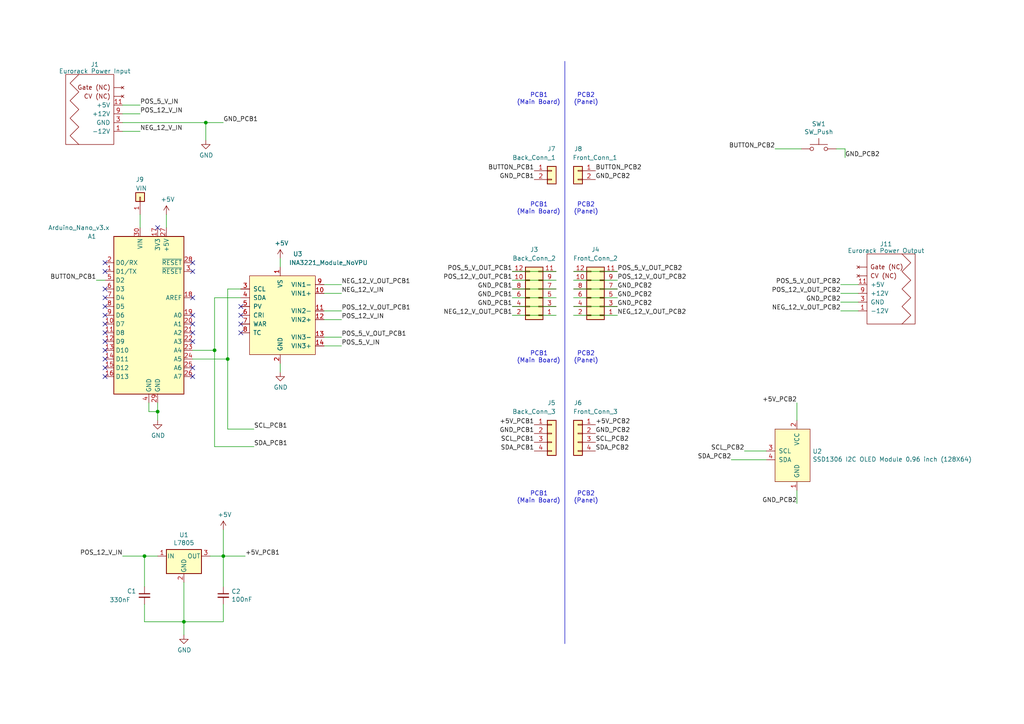
<source format=kicad_sch>
(kicad_sch (version 20230121) (generator eeschema)
  (paper "A4")
  (title_block (title "Current Measurer") (date "2021-11-13") (rev "V1.2") (company "LLAWN.com"))
  (lib_symbols
    (symbol "Connector_Generic:Conn_01x01" (pin_names (offset 1.016) hide)
      (property "Reference" "J" (at 0 2.54 0))
      (property "Value" "Conn_01x01" (at 0 -2.54 0))
      (symbol "Conn_01x01_1_1"
        (rectangle (start -1.27 0.127) (end 0 -0.127) (stroke (width 0.1524)))
        (rectangle (start -1.27 1.27) (end 1.27 -1.27) (stroke (width 0.254)) (fill (type background)))
        (pin passive line (at -5.08 0 0) (length 3.81) (name "Pin_1") (number "1"))
      )
    )
    (symbol "Connector_Generic:Conn_01x02" (pin_names (offset 1.016) hide)
      (property "Reference" "J" (at 0 2.54 0))
      (property "Value" "Conn_01x02" (at 0 -5.08 0))
      (symbol "Conn_01x02_1_1"
        (rectangle (start -1.27 -2.413) (end 0 -2.667) (stroke (width 0.1524)))
        (rectangle (start -1.27 0.127) (end 0 -0.127) (stroke (width 0.1524)))
        (rectangle (start -1.27 1.27) (end 1.27 -3.81) (stroke (width 0.254)) (fill (type background)))
        (pin passive line (at -5.08 0 0) (length 3.81) (name "Pin_1") (number "1"))
        (pin passive line (at -5.08 -2.54 0) (length 3.81) (name "Pin_2") (number "2"))
      )
    )
    (symbol "Connector_Generic:Conn_01x04" (pin_names (offset 1.016) hide)
      (property "Reference" "J" (at 0 5.08 0))
      (property "Value" "Conn_01x04" (at 0 -7.62 0))
      (symbol "Conn_01x04_1_1"
        (rectangle (start -1.27 -4.953) (end 0 -5.207) (stroke (width 0.1524)))
        (rectangle (start -1.27 -2.413) (end 0 -2.667) (stroke (width 0.1524)))
        (rectangle (start -1.27 0.127) (end 0 -0.127) (stroke (width 0.1524)))
        (rectangle (start -1.27 2.667) (end 0 2.413) (stroke (width 0.1524)))
        (rectangle (start -1.27 3.81) (end 1.27 -6.35) (stroke (width 0.254)) (fill (type background)))
        (pin passive line (at -5.08 2.54 0) (length 3.81) (name "Pin_1") (number "1"))
        (pin passive line (at -5.08 0 0) (length 3.81) (name "Pin_2") (number "2"))
        (pin passive line (at -5.08 -2.54 0) (length 3.81) (name "Pin_3") (number "3"))
        (pin passive line (at -5.08 -5.08 0) (length 3.81) (name "Pin_4") (number "4"))
      )
    )
    (symbol "Connector_Generic:Conn_02x06_Odd_Even" (pin_names (offset 1.016) hide)
      (property "Reference" "J" (at 1.27 7.62 0))
      (property "Value" "Conn_02x06_Odd_Even" (at 1.27 -10.16 0))
      (symbol "Conn_02x06_Odd_Even_1_1"
        (rectangle (start -1.27 -7.493) (end 0 -7.747) (stroke (width 0.1524)))
        (rectangle (start -1.27 -4.953) (end 0 -5.207) (stroke (width 0.1524)))
        (rectangle (start -1.27 -2.413) (end 0 -2.667) (stroke (width 0.1524)))
        (rectangle (start -1.27 0.127) (end 0 -0.127) (stroke (width 0.1524)))
        (rectangle (start -1.27 2.667) (end 0 2.413) (stroke (width 0.1524)))
        (rectangle (start -1.27 5.207) (end 0 4.953) (stroke (width 0.1524)))
        (rectangle (start -1.27 6.35) (end 3.81 -8.89) (stroke (width 0.254)) (fill (type background)))
        (rectangle (start 3.81 -7.493) (end 2.54 -7.747) (stroke (width 0.1524)))
        (rectangle (start 3.81 -4.953) (end 2.54 -5.207) (stroke (width 0.1524)))
        (rectangle (start 3.81 -2.413) (end 2.54 -2.667) (stroke (width 0.1524)))
        (rectangle (start 3.81 0.127) (end 2.54 -0.127) (stroke (width 0.1524)))
        (rectangle (start 3.81 2.667) (end 2.54 2.413) (stroke (width 0.1524)))
        (rectangle (start 3.81 5.207) (end 2.54 4.953) (stroke (width 0.1524)))
        (pin passive line (at -5.08 5.08 0) (length 3.81) (name "Pin_1") (number "1"))
        (pin passive line (at 7.62 -5.08 180) (length 3.81) (name "Pin_10") (number "10"))
        (pin passive line (at -5.08 -7.62 0) (length 3.81) (name "Pin_11") (number "11"))
        (pin passive line (at 7.62 -7.62 180) (length 3.81) (name "Pin_12") (number "12"))
        (pin passive line (at 7.62 5.08 180) (length 3.81) (name "Pin_2") (number "2"))
        (pin passive line (at -5.08 2.54 0) (length 3.81) (name "Pin_3") (number "3"))
        (pin passive line (at 7.62 2.54 180) (length 3.81) (name "Pin_4") (number "4"))
        (pin passive line (at -5.08 0 0) (length 3.81) (name "Pin_5") (number "5"))
        (pin passive line (at 7.62 0 180) (length 3.81) (name "Pin_6") (number "6"))
        (pin passive line (at -5.08 -2.54 0) (length 3.81) (name "Pin_7") (number "7"))
        (pin passive line (at 7.62 -2.54 180) (length 3.81) (name "Pin_8") (number "8"))
        (pin passive line (at -5.08 -5.08 0) (length 3.81) (name "Pin_9") (number "9"))
      )
    )
    (symbol "Device:C_Small" (pin_numbers hide) (pin_names (offset 0.254) hide)
      (property "Reference" "C" (at 0.254 1.778 0))
      (property "Value" "C_Small" (at 0.254 -2.032 0))
      (symbol "C_Small_0_1"
        (polyline (pts (xy -1.524 -0.508) (xy 1.524 -0.508)) (stroke (width 0.3302)))
        (polyline (pts (xy -1.524 0.508) (xy 1.524 0.508)) (stroke (width 0.3048)))
      )
      (symbol "C_Small_1_1"
        (pin passive line (at 0 2.54 270) (length 2.032) (name "~") (number "1"))
        (pin passive line (at 0 -2.54 90) (length 2.032) (name "~") (number "2"))
      )
    )
    (symbol "MCU_Module:Arduino_Nano_v3.x"
      (property "Reference" "A" (at -10.16 23.495 0))
      (property "Value" "Arduino_Nano_v3.x" (at 5.08 -24.13 0))
      (symbol "Arduino_Nano_v3.x_0_1"
        (rectangle (start -10.16 22.86) (end 10.16 -22.86) (stroke (width 0.254)) (fill (type background)))
      )
      (symbol "Arduino_Nano_v3.x_1_1"
        (pin bidirectional line (at -12.7 12.7 0) (length 2.54) (name "D1/TX") (number "1"))
        (pin bidirectional line (at -12.7 -2.54 0) (length 2.54) (name "D7") (number "10"))
        (pin bidirectional line (at -12.7 -5.08 0) (length 2.54) (name "D8") (number "11"))
        (pin bidirectional line (at -12.7 -7.62 0) (length 2.54) (name "D9") (number "12"))
        (pin bidirectional line (at -12.7 -10.16 0) (length 2.54) (name "D10") (number "13"))
        (pin bidirectional line (at -12.7 -12.7 0) (length 2.54) (name "D11") (number "14"))
        (pin bidirectional line (at -12.7 -15.24 0) (length 2.54) (name "D12") (number "15"))
        (pin bidirectional line (at -12.7 -17.78 0) (length 2.54) (name "D13") (number "16"))
        (pin power_out line (at 2.54 25.4 270) (length 2.54) (name "3V3") (number "17"))
        (pin input line (at 12.7 5.08 180) (length 2.54) (name "AREF") (number "18"))
        (pin bidirectional line (at 12.7 0 180) (length 2.54) (name "A0") (number "19"))
        (pin bidirectional line (at -12.7 15.24 0) (length 2.54) (name "D0/RX") (number "2"))
        (pin bidirectional line (at 12.7 -2.54 180) (length 2.54) (name "A1") (number "20"))
        (pin bidirectional line (at 12.7 -5.08 180) (length 2.54) (name "A2") (number "21"))
        (pin bidirectional line (at 12.7 -7.62 180) (length 2.54) (name "A3") (number "22"))
        (pin bidirectional line (at 12.7 -10.16 180) (length 2.54) (name "A4") (number "23"))
        (pin bidirectional line (at 12.7 -12.7 180) (length 2.54) (name "A5") (number "24"))
        (pin bidirectional line (at 12.7 -15.24 180) (length 2.54) (name "A6") (number "25"))
        (pin bidirectional line (at 12.7 -17.78 180) (length 2.54) (name "A7") (number "26"))
        (pin power_out line (at 5.08 25.4 270) (length 2.54) (name "+5V") (number "27"))
        (pin input line (at 12.7 15.24 180) (length 2.54) (name "~{RESET}") (number "28"))
        (pin power_in line (at 2.54 -25.4 90) (length 2.54) (name "GND") (number "29"))
        (pin input line (at 12.7 12.7 180) (length 2.54) (name "~{RESET}") (number "3"))
        (pin power_in line (at -2.54 25.4 270) (length 2.54) (name "VIN") (number "30"))
        (pin power_in line (at 0 -25.4 90) (length 2.54) (name "GND") (number "4"))
        (pin bidirectional line (at -12.7 10.16 0) (length 2.54) (name "D2") (number "5"))
        (pin bidirectional line (at -12.7 7.62 0) (length 2.54) (name "D3") (number "6"))
        (pin bidirectional line (at -12.7 5.08 0) (length 2.54) (name "D4") (number "7"))
        (pin bidirectional line (at -12.7 2.54 0) (length 2.54) (name "D5") (number "8"))
        (pin bidirectional line (at -12.7 0 0) (length 2.54) (name "D6") (number "9"))
      )
    )
    (symbol "Regulator_Linear:L7805" (pin_names (offset 0.254))
      (property "Reference" "U" (at -3.81 3.175 0))
      (property "Value" "L7805" (at 0 3.175 0))
      (symbol "L7805_0_1"
        (rectangle (start -5.08 1.905) (end 5.08 -5.08) (stroke (width 0.254)) (fill (type background)))
      )
      (symbol "L7805_1_1"
        (pin power_in line (at -7.62 0 0) (length 2.54) (name "IN") (number "1"))
        (pin power_in line (at 0 -7.62 90) (length 2.54) (name "GND") (number "2"))
        (pin power_out line (at 7.62 0 180) (length 2.54) (name "OUT") (number "3"))
      )
    )
    (symbol "Switch:SW_Push" (pin_numbers hide) (pin_names (offset 1.016) hide)
      (property "Reference" "SW" (at 1.27 2.54 0))
      (property "Value" "SW_Push" (at 0 -1.524 0))
      (symbol "SW_Push_0_1"
        (circle (center -2.032 0) (radius 0.508))
        (polyline (pts (xy 0 1.27) (xy 0 3.048)))
        (polyline (pts (xy 2.54 1.27) (xy -2.54 1.27)))
        (circle (center 2.032 0) (radius 0.508))
        (pin passive line (at -5.08 0 0) (length 2.54) (name "1") (number "1"))
        (pin passive line (at 5.08 0 180) (length 2.54) (name "2") (number "2"))
      )
    )
    (symbol "jwm_kicad_symbols_misc:Eurorack_Header_LZX_NC-CvGate" (pin_names (offset 1.016))
      (property "Reference" "J" (at 0 11.43 0))
      (property "Value" "Eurorack_Header_LZX_NC-CvGate" (at 0 -13.97 0))
      (symbol "Eurorack_Header_LZX_NC-CvGate_0_0"
        (polyline (pts (xy 9.271 4.6736) (xy 8.5344 5.4356)))
        (polyline (pts (xy 9.271 5.461) (xy 8.509 4.699)))
        (rectangle (start 6.35 8.89) (end -7.62 -11.43))
        (text "CV (NC)" (at 1.524 2.54 0) (effects (font (size 1.27 1.27))))
        (text "Gate (NC)" (at 0.6096 5.1308 0) (effects (font (size 1.27 1.27))))
      )
      (symbol "Eurorack_Header_LZX_NC-CvGate_0_1"
        (polyline (pts (xy 6.35 5.08) (xy 8.89 5.08)))
        (polyline (pts (xy -3.81 -11.43) (xy -6.35 -8.89) (xy -3.81 -6.35) (xy -6.35 -3.81) (xy -3.81 -1.27) (xy -6.35 1.27) (xy -3.81 3.81) (xy -6.35 6.35) (xy -3.81 8.89)))
      )
      (symbol "Eurorack_Header_LZX_NC-CvGate_1_1"
        (polyline (pts (xy 6.35 2.54) (xy 8.89 2.54)))
        (polyline (pts (xy 9.271 2.1336) (xy 8.5344 2.8956)))
        (polyline (pts (xy 9.271 2.921) (xy 8.509 2.159)))
        (pin power_out line (at 8.89 -7.62 180) (length 2.54) (name "-12V") (number "1"))
        (pin passive line (at 8.89 -2.54 180) (length 2.54) hide (name "+12V") (number "10"))
        (pin power_out line (at 8.89 0 180) (length 2.54) (name "+5V") (number "11"))
        (pin passive line (at 8.89 0 180) (length 2.54) hide (name "+5V") (number "12"))
        (pin no_connect line (at 6.35 2.54 180) (length 2.54) hide (name "CV") (number "13"))
        (pin no_connect line (at 6.35 3.81 180) (length 2.54) hide (name "CV") (number "14"))
        (pin no_connect line (at 6.35 5.08 180) (length 2.54) hide (name "Gate") (number "15"))
        (pin no_connect line (at 6.35 6.35 180) (length 2.54) hide (name "Gate") (number "16"))
        (pin passive line (at 8.89 -7.62 180) (length 2.54) hide (name "-12V") (number "2"))
        (pin power_out line (at 8.89 -5.08 180) (length 2.54) (name "GND") (number "3"))
        (pin passive line (at 8.89 -5.08 180) (length 2.54) hide (name "GND") (number "4"))
        (pin passive line (at 8.89 -5.08 180) (length 2.54) hide (name "GND") (number "5"))
        (pin passive line (at 8.89 -5.08 180) (length 2.54) hide (name "GND") (number "6"))
        (pin passive line (at 8.89 -5.08 180) (length 2.54) hide (name "GND") (number "7"))
        (pin passive line (at 8.89 -5.08 180) (length 2.54) hide (name "GND") (number "8"))
        (pin power_out line (at 8.89 -2.54 180) (length 2.54) (name "+12V") (number "9"))
      )
    )
    (symbol "jwm_kicad_symbols_misc:INA3221_Module_NoVPU" (pin_names (offset 1.016))
      (property "Reference" "U" (at 6.35 12.7 0))
      (property "Value" "INA3221_Module_NoVPU" (at 12.7 -13.97 0))
      (symbol "INA3221_Module_NoVPU_0_1"
        (rectangle (start 10.16 11.43) (end -8.89 -11.43) (fill (type background)))
      )
      (symbol "INA3221_Module_NoVPU_1_1"
        (pin power_in line (at 0 13.97 270) (length 2.54) (name "VS") (number "1"))
        (pin input line (at 12.7 6.35 180) (length 2.54) (name "VIN1+") (number "10"))
        (pin input line (at 12.7 1.27 180) (length 2.54) (name "VIN2-") (number "11"))
        (pin input line (at 12.7 -1.27 180) (length 2.54) (name "VIN2+") (number "12"))
        (pin input line (at 12.7 -6.35 180) (length 2.54) (name "VIN3-") (number "13"))
        (pin input line (at 12.7 -8.89 180) (length 2.54) (name "VIN3+") (number "14"))
        (pin power_in line (at 0 -13.97 90) (length 2.54) (name "GND") (number "2"))
        (pin input line (at -11.43 7.62 0) (length 2.54) (name "SCL") (number "3"))
        (pin bidirectional line (at -11.43 5.08 0) (length 2.54) (name "SDA") (number "4"))
        (pin output line (at -11.43 2.54 0) (length 2.54) (name "PV") (number "5"))
        (pin output line (at -11.43 0 0) (length 2.54) (name "CRI") (number "6"))
        (pin output line (at -11.43 -2.54 0) (length 2.54) (name "WAR") (number "7"))
        (pin output line (at -11.43 -5.08 0) (length 2.54) (name "TC") (number "8"))
        (pin input line (at 12.7 8.89 180) (length 2.54) (name "VIN1-") (number "9"))
      )
    )
    (symbol "jwm_kicad_symbols_misc:SSD1306_I2C_OLED_Module" (pin_names (offset 1.016))
      (property "Reference" "U" (at 3.81 8.89 0))
      (property "Value" "SSD1306_I2C_OLED_Module" (at 13.97 -10.16 0))
      (symbol "SSD1306_I2C_OLED_Module_0_1"
        (rectangle (start 5.08 7.62) (end -5.08 -7.62) (fill (type background)))
      )
      (symbol "SSD1306_I2C_OLED_Module_1_1"
        (pin power_in line (at -1.27 -10.16 90) (length 2.54) (name "GND") (number "1"))
        (pin power_in line (at -1.27 10.16 270) (length 2.54) (name "VCC") (number "2"))
        (pin bidirectional line (at 7.62 1.27 180) (length 2.54) (name "SCL") (number "3"))
        (pin bidirectional line (at 7.62 -1.27 180) (length 2.54) (name "SDA") (number "4"))
      )
    )
    (symbol "power:+5V" (power) (pin_names (offset 0))
      (property "Value" "+5V" (at 0 3.556 0))
      (symbol "+5V_0_1"
        (polyline (pts (xy -0.762 1.27) (xy 0 2.54)))
        (polyline (pts (xy 0 0) (xy 0 2.54)))
        (polyline (pts (xy 0 2.54) (xy 0.762 1.27)))
      )
      (symbol "+5V_1_1"
        (pin power_in line (at 0 0 90) (length 0) hide (name "+5V") (number "1"))
      )
    )
    (symbol "power:GND" (power) (pin_names (offset 0))
      (property "Value" "GND" (at 0 -3.81 0))
      (symbol "GND_0_1"
        (polyline (pts (xy 0 0) (xy 0 -1.27) (xy 1.27 -1.27) (xy 0 -2.54) (xy -1.27 -1.27) (xy 0 -1.27)))
      )
      (symbol "GND_1_1"
        (pin power_in line (at 0 0 270) (length 0) hide (name "GND") (number "1"))
      )
    )
  )
  (junction (at 64.77 161.29))
  (junction (at 59.69 35.56))
  (junction (at 62.23 101.6))
  (junction (at 41.91 161.29))
  (junction (at 45.72 119.38))
  (junction (at 66.04 104.14))
  (junction (at 53.34 180.34))
  (no_connect (at 69.85 96.52))
  (no_connect (at 69.85 93.98))
  (no_connect (at 69.85 91.44))
  (no_connect (at 30.48 101.6))
  (no_connect (at 30.48 96.52))
  (no_connect (at 55.88 93.98))
  (no_connect (at 55.88 86.36))
  (no_connect (at 55.88 76.2))
  (no_connect (at 30.48 99.06))
  (no_connect (at 45.72 66.04))
  (no_connect (at 30.48 88.9))
  (no_connect (at 30.48 76.2))
  (no_connect (at 30.48 104.14))
  (no_connect (at 30.48 106.68))
  (no_connect (at 55.88 91.44))
  (no_connect (at 30.48 78.74))
  (no_connect (at 55.88 78.74))
  (no_connect (at 30.48 83.82))
  (no_connect (at 30.48 93.98))
  (no_connect (at 30.48 109.22))
  (no_connect (at 30.48 86.36))
  (no_connect (at 30.48 91.44))
  (no_connect (at 55.88 96.52))
  (no_connect (at 55.88 109.22))
  (no_connect (at 55.88 99.06))
  (no_connect (at 55.88 106.68))
  (no_connect (at 69.85 88.9))
  (wire (pts (xy 35.56 35.56) (xy 59.69 35.56)))
  (wire (pts (xy 222.25 130.81) (xy 215.9 130.81)))
  (wire (pts (xy 48.26 66.04) (xy 48.26 62.23)))
  (wire (pts (xy 231.14 116.84) (xy 231.14 121.92)))
  (wire (pts (xy 62.23 86.36) (xy 62.23 101.6)))
  (wire (pts (xy 64.77 161.29) (xy 64.77 170.18)))
  (wire (pts (xy 232.41 43.18) (xy 224.79 43.18)))
  (wire (pts (xy 166.37 78.74) (xy 179.07 78.74)))
  (wire (pts (xy 248.92 87.63) (xy 243.84 87.63)))
  (wire (pts (xy 53.34 184.15) (xy 53.34 180.34)))
  (wire (pts (xy 64.77 161.29) (xy 71.12 161.29)))
  (wire (pts (xy 222.25 133.35) (xy 212.09 133.35)))
  (wire (pts (xy 166.37 81.28) (xy 179.07 81.28)))
  (wire (pts (xy 161.29 83.82) (xy 148.59 83.82)))
  (wire (pts (xy 53.34 180.34) (xy 64.77 180.34)))
  (wire (pts (xy 81.28 107.95) (xy 81.28 105.41)))
  (wire (pts (xy 161.29 78.74) (xy 148.59 78.74)))
  (wire (pts (xy 59.69 35.56) (xy 64.77 35.56)))
  (wire (pts (xy 248.92 82.55) (xy 243.84 82.55)))
  (wire (pts (xy 93.98 90.17) (xy 99.06 90.17)))
  (wire (pts (xy 35.56 33.02) (xy 40.64 33.02)))
  (wire (pts (xy 40.64 66.04) (xy 40.64 62.23)))
  (wire (pts (xy 41.91 161.29) (xy 35.56 161.29)))
  (wire (pts (xy 69.85 83.82) (xy 66.04 83.82)))
  (wire (pts (xy 66.04 83.82) (xy 66.04 104.14)))
  (wire (pts (xy 93.98 92.71) (xy 99.06 92.71)))
  (wire (pts (xy 161.29 81.28) (xy 148.59 81.28)))
  (wire (pts (xy 41.91 161.29) (xy 41.91 170.18)))
  (wire (pts (xy 66.04 124.46) (xy 66.04 104.14)))
  (wire (pts (xy 242.57 43.18) (xy 245.11 43.18)))
  (wire (pts (xy 35.56 38.1) (xy 40.64 38.1)))
  (wire (pts (xy 45.72 121.92) (xy 45.72 119.38)))
  (wire (pts (xy 66.04 124.46) (xy 73.66 124.46)))
  (wire (pts (xy 231.14 142.24) (xy 231.14 146.05)))
  (wire (pts (xy 62.23 129.54) (xy 62.23 101.6)))
  (wire (pts (xy 27.94 81.28) (xy 30.48 81.28)))
  (wire (pts (xy 66.04 104.14) (xy 55.88 104.14)))
  (wire (pts (xy 45.72 119.38) (xy 45.72 116.84)))
  (wire (pts (xy 59.69 35.56) (xy 59.69 40.64)))
  (wire (pts (xy 43.18 116.84) (xy 43.18 119.38)))
  (wire (pts (xy 43.18 119.38) (xy 45.72 119.38)))
  (wire (pts (xy 93.98 82.55) (xy 99.06 82.55)))
  (wire (pts (xy 64.77 180.34) (xy 64.77 175.26)))
  (wire (pts (xy 41.91 175.26) (xy 41.91 180.34)))
  (wire (pts (xy 161.29 88.9) (xy 148.59 88.9)))
  (wire (pts (xy 41.91 180.34) (xy 53.34 180.34)))
  (wire (pts (xy 81.28 77.47) (xy 81.28 74.93)))
  (wire (pts (xy 166.37 83.82) (xy 179.07 83.82)))
  (wire (pts (xy 60.96 161.29) (xy 64.77 161.29)))
  (wire (pts (xy 62.23 101.6) (xy 55.88 101.6)))
  (wire (pts (xy 64.77 161.29) (xy 64.77 153.67)))
  (wire (pts (xy 62.23 129.54) (xy 73.66 129.54)))
  (wire (pts (xy 35.56 30.48) (xy 40.64 30.48)))
  (wire (pts (xy 248.92 85.09) (xy 243.84 85.09)))
  (wire (pts (xy 166.37 91.44) (xy 179.07 91.44)))
  (wire (pts (xy 93.98 97.79) (xy 99.06 97.79)))
  (polyline (pts (xy 163.83 17.78) (xy 163.83 186.69)))
  (wire (pts (xy 45.72 161.29) (xy 41.91 161.29)))
  (wire (pts (xy 93.98 85.09) (xy 99.06 85.09)))
  (wire (pts (xy 166.37 88.9) (xy 179.07 88.9)))
  (wire (pts (xy 69.85 86.36) (xy 62.23 86.36)))
  (wire (pts (xy 93.98 100.33) (xy 99.06 100.33)))
  (wire (pts (xy 166.37 86.36) (xy 179.07 86.36)))
  (wire (pts (xy 161.29 86.36) (xy 148.59 86.36)))
  (wire (pts (xy 245.11 43.18) (xy 245.11 45.72)))
  (wire (pts (xy 53.34 168.91) (xy 53.34 180.34)))
  (wire (pts (xy 248.92 90.17) (xy 243.84 90.17)))
  (wire (pts (xy 161.29 91.44) (xy 148.59 91.44)))
  (text " PCB2\n(Panel)" (at 166.37 62.23 0) (effects (font (size 1.27 1.27)) (justify left bottom)))
  (text "    PCB1\n(Main Board)" (at 149.86 30.48 0) (effects (font (size 1.27 1.27)) (justify left bottom)))
  (text " PCB2\n(Panel)" (at 166.37 146.05 0) (effects (font (size 1.27 1.27)) (justify left bottom)))
  (text " PCB2\n(Panel)" (at 166.37 30.48 0) (effects (font (size 1.27 1.27)) (justify left bottom)))
  (text "    PCB1\n(Main Board)" (at 149.86 105.41 0) (effects (font (size 1.27 1.27)) (justify left bottom)))
  (text " PCB2\n(Panel)" (at 166.37 105.41 0) (effects (font (size 1.27 1.27)) (justify left bottom)))
  (text "    PCB1\n(Main Board)" (at 149.86 146.05 0) (effects (font (size 1.27 1.27)) (justify left bottom)))
  (text "    PCB1\n(Main Board)" (at 149.86 62.23 0) (effects (font (size 1.27 1.27)) (justify left bottom)))
  (label "GND_PCB1" (at 64.77 35.56 0))
  (label "POS_12_V_IN" (at 40.64 33.02 0))
  (label "BUTTON_PCB1" (at 154.94 49.53 180))
  (label "POS_5_V_IN" (at 40.64 30.48 0))
  (label "SCL_PCB1" (at 154.94 128.27 180))
  (label "GND_PCB1" (at 154.94 52.07 180))
  (label "POS_12_V_OUT_PCB2" (at 179.07 81.28 0))
  (label "NEG_12_V_IN" (at 99.06 85.09 0))
  (label "POS_5_V_OUT_PCB1" (at 99.06 97.79 0))
  (label "SDA_PCB2" (at 172.72 130.81 0))
  (label "GND_PCB2" (at 172.72 52.07 0))
  (label "NEG_12_V_OUT_PCB2" (at 179.07 91.44 0))
  (label "POS_5_V_IN" (at 99.06 100.33 0))
  (label "POS_12_V_IN" (at 99.06 92.71 0))
  (label "POS_12_V_OUT_PCB1" (at 148.59 81.28 180))
  (label "+5V_PCB2" (at 231.14 116.84 180))
  (label "POS_5_V_OUT_PCB1" (at 148.59 78.74 180))
  (label "POS_12_V_OUT_PCB1" (at 99.06 90.17 0))
  (label "GND_PCB2" (at 245.11 45.72 0))
  (label "NEG_12_V_IN" (at 40.64 38.1 0))
  (label "POS_5_V_OUT_PCB2" (at 179.07 78.74 0))
  (label "GND_PCB2" (at 231.14 146.05 180))
  (label "NEG_12_V_OUT_PCB1" (at 99.06 82.55 0))
  (label "GND_PCB1" (at 154.94 125.73 180))
  (label "SDA_PCB1" (at 73.66 129.54 0))
  (label "NEG_12_V_OUT_PCB1" (at 148.59 91.44 180))
  (label "+5V_PCB1" (at 154.94 123.19 180))
  (label "GND_PCB2" (at 243.84 87.63 180))
  (label "SCL_PCB2" (at 215.9 130.81 180))
  (label "+5V_PCB2" (at 172.72 123.19 0))
  (label "GND_PCB2" (at 179.07 83.82 0))
  (label "GND_PCB2" (at 179.07 88.9 0))
  (label "POS_12_V_IN" (at 35.56 161.29 180))
  (label "GND_PCB1" (at 148.59 86.36 180))
  (label "GND_PCB1" (at 148.59 88.9 180))
  (label "POS_12_V_OUT_PCB2" (at 243.84 85.09 180))
  (label "GND_PCB2" (at 179.07 86.36 0))
  (label "SCL_PCB2" (at 172.72 128.27 0))
  (label "NEG_12_V_OUT_PCB2" (at 243.84 90.17 180))
  (label "+5V_PCB1" (at 71.12 161.29 0))
  (label "SDA_PCB2" (at 212.09 133.35 180))
  (label "SCL_PCB1" (at 73.66 124.46 0))
  (label "GND_PCB1" (at 148.59 83.82 180))
  (label "SDA_PCB1" (at 154.94 130.81 180))
  (label "BUTTON_PCB1" (at 27.94 81.28 180))
  (label "BUTTON_PCB2" (at 172.72 49.53 0))
  (label "GND_PCB2" (at 172.72 125.73 0))
  (label "BUTTON_PCB2" (at 224.79 43.18 180))
  (label "POS_5_V_OUT_PCB2" (at 243.84 82.55 180))
  (symbol (lib_id "Regulator_Linear:L7805") (at 53.34 161.29 0) (unit 1)
    (property "Reference" "U1" (at 53.34 155.1432 0))
    (property "Value" "L7805" (at 53.34 157.4546 0))
    (property "Footprint" "Package_TO_SOT_THT:TO-220-3_Horizontal_TabDown" (effects hide))
    (property "Datasheet" "http://www.st.com/content/ccc/resource/technical/document/datasheet/41/4f/b3/b0/12/d4/47/88/CD00000444.pdf/files/CD00000444.pdf/jcr:content/translations/en.CD00000444.pdf" (effects hide))
  )
  (symbol (lib_id "power:GND") (at 59.69 40.64 0) (unit 1)
    (property "Reference" "#PWR0101" (effects hide))
    (property "Value" "GND" (at 59.817 45.0342 0))
  )
  (symbol (lib_id "Device:C_Small") (at 41.91 172.72 0) (unit 1)
    (property "Reference" "C1" (at 36.83 171.45 0) (effects (justify left)))
    (property "Value" "330nF" (at 31.75 173.99 0) (effects (justify left)))
    (property "Footprint" "Capacitor_THT:C_Disc_D5.0mm_W2.5mm_P2.50mm" (effects hide))
  )
  (symbol (lib_id "Device:C_Small") (at 64.77 172.72 0) (unit 1)
    (property "Reference" "C2" (at 67.1068 171.5516 0) (effects (justify left)))
    (property "Value" "100nF" (at 67.1068 173.863 0) (effects (justify left)))
    (property "Footprint" "Capacitor_THT:C_Disc_D5.0mm_W2.5mm_P2.50mm" (effects hide))
  )
  (symbol (lib_id "power:GND") (at 53.34 184.15 0) (unit 1)
    (property "Reference" "#PWR0102" (effects hide))
    (property "Value" "GND" (at 53.467 188.5442 0))
  )
  (symbol (lib_id "power:+5V") (at 64.77 153.67 0) (unit 1)
    (property "Reference" "#PWR0103" (effects hide))
    (property "Value" "+5V" (at 65.151 149.2758 0))
  )
  (symbol (lib_id "power:+5V") (at 81.28 74.93 0) (unit 1)
    (property "Reference" "#PWR0106" (effects hide))
    (property "Value" "+5V" (at 81.661 70.5358 0))
  )
  (symbol (lib_id "power:GND") (at 81.28 107.95 0) (unit 1)
    (property "Reference" "#PWR0108" (effects hide))
    (property "Value" "GND" (at 81.407 112.3442 0))
  )
  (symbol (lib_id "power:+5V") (at 48.26 62.23 0) (unit 1)
    (property "Reference" "#PWR0110" (effects hide))
    (property "Value" "+5V" (at 48.641 57.8358 0))
  )
  (symbol (lib_id "power:GND") (at 45.72 121.92 0) (unit 1)
    (property "Reference" "#PWR0111" (effects hide))
    (property "Value" "GND" (at 45.847 126.3142 0))
  )
  (symbol (lib_id "jwm_kicad_symbols_misc:SSD1306_I2C_OLED_Module") (at 229.87 132.08 0) (mirror y) (unit 1)
    (property "Reference" "U2" (at 235.6612 130.9116 0) (effects (justify right)))
    (property "Value" "SSD1306 I2C OLED Module 0.96 inch (128X64)" (at 235.6612 133.223 0) (effects (justify right)))
    (property "Footprint" "jwm_kicad_footprints_misc:SSD1306_I2C_OLED_Module_0.96_inch" (effects hide))
  )
  (symbol (lib_id "MCU_Module:Arduino_Nano_v3.x") (at 43.18 91.44 0) (unit 1)
    (property "Reference" "A1" (at 26.67 68.58 0))
    (property "Value" "Arduino_Nano_v3.x" (at 22.86 66.04 0))
    (property "Footprint" "jwm_kicad_footprints_misc:Arduino_Nano_WithMFHeadersAnd3DModel" (effects hide))
    (property "Datasheet" "http://www.mouser.com/pdfdocs/Gravitech_Arduino_Nano3_0.pdf" (effects hide))
  )
  (symbol (lib_id "jwm_kicad_symbols_misc:INA3221_Module_NoVPU") (at 81.28 91.44 0) (unit 1)
    (property "Reference" "U3" (at 86.36 73.66 0))
    (property "Value" "INA3221_Module_NoVPU" (at 95.25 76.2 0))
    (property "Footprint" "jwm_kicad_footprints_misc:INA3221_Module_P2.54mm_NoVPU_NoExtraGnds" (effects hide))
  )
  (symbol (lib_id "Connector_Generic:Conn_02x06_Odd_Even") (at 156.21 86.36 180) (unit 1)
    (property "Reference" "J3" (at 154.94 72.39 0))
    (property "Value" "Back_Conn_2" (at 154.94 74.93 0))
    (property "Footprint" "Connector_PinHeader_2.54mm:PinHeader_2x06_P2.54mm_Vertical" (effects hide))
  )
  (symbol (lib_id "Connector_Generic:Conn_01x04") (at 167.64 125.73 0) (mirror y) (unit 1)
    (property "Reference" "J6" (at 167.64 116.84 0))
    (property "Value" "Front_Conn_3" (at 172.72 119.38 0))
    (property "Footprint" "Connector_PinSocket_2.54mm:PinSocket_1x04_P2.54mm_Vertical" (effects hide))
  )
  (symbol (lib_id "Connector_Generic:Conn_01x04") (at 160.02 125.73 0) (unit 1)
    (property "Reference" "J5" (at 158.75 116.84 0) (effects (justify left)))
    (property "Value" "Back_Conn_3" (at 148.59 119.38 0) (effects (justify left)))
    (property "Footprint" "Connector_PinHeader_2.54mm:PinHeader_1x04_P2.54mm_Vertical" (effects hide))
  )
  (symbol (lib_id "Connector_Generic:Conn_02x06_Odd_Even") (at 173.99 86.36 180) (unit 1)
    (property "Reference" "J4" (at 172.72 72.39 0))
    (property "Value" "Front_Conn_2" (at 172.72 74.93 0))
    (property "Footprint" "Connector_PinSocket_2.54mm:PinSocket_2x06_P2.54mm_Vertical" (effects hide))
  )
  (symbol (lib_id "Switch:SW_Push") (at 237.49 43.18 0) (mirror y) (unit 1)
    (property "Reference" "SW1" (at 237.49 35.941 0))
    (property "Value" "SW_Push" (at 237.49 38.2524 0))
    (property "Footprint" "Button_Switch_THT:SW_PUSH_6mm" (effects hide))
  )
  (symbol (lib_id "Connector_Generic:Conn_01x01") (at 40.64 57.15 90) (unit 1)
    (property "Reference" "J9" (at 39.37 52.07 90) (effects (justify right)))
    (property "Value" "VIN" (at 39.37 54.61 90) (effects (justify right)))
    (property "Footprint" "Connector_Wire:SolderWire-0.5sqmm_1x01_D0.9mm_OD2.1mm" (effects hide))
  )
  (symbol (lib_id "Connector_Generic:Conn_01x02") (at 160.02 49.53 0) (unit 1)
    (property "Reference" "J7" (at 158.75 43.18 0) (effects (justify left)))
    (property "Value" "Back_Conn_1" (at 148.59 45.72 0) (effects (justify left)))
    (property "Footprint" "Connector_PinHeader_2.54mm:PinHeader_1x02_P2.54mm_Vertical" (effects hide))
  )
  (symbol (lib_id "Connector_Generic:Conn_01x02") (at 167.64 49.53 0) (mirror y) (unit 1)
    (property "Reference" "J8" (at 168.91 43.18 0) (effects (justify left)))
    (property "Value" "Front_Conn_1" (at 179.07 45.72 0) (effects (justify left)))
    (property "Footprint" "Connector_PinSocket_2.54mm:PinSocket_1x02_P2.54mm_Vertical" (effects hide))
  )
  (symbol (lib_id "jwm_kicad_symbols_misc:Eurorack_Header_LZX_NC-CvGate") (at 26.67 30.48 0) (unit 1)
    (property "Reference" "J1" (at 27.4955 18.7071 0))
    (property "Value" "Eurorack Power Input" (at 27.4955 20.6281 0))
    (property "Footprint" "jwm_kicad_footprints_misc:IDC-Header_2x08_P2.54mm_Vertical_EurorackPower" (effects hide))
  )
  (symbol (lib_id "jwm_kicad_symbols_misc:Eurorack_Header_LZX_NC-CvGate") (at 257.81 82.55 0) (mirror y) (unit 1)
    (property "Reference" "J11" (at 256.9845 70.7771 0))
    (property "Value" "Eurorack Power Output" (at 256.9845 72.6981 0))
    (property "Footprint" "jwm_kicad_footprints_misc:IDC-Header_2x08_P2.54mm_Vertical_EurorackPower" (effects hide))
  )
)
</source>
